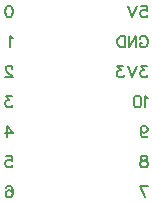
<source format=gbo>
G04 Layer: BottomSilkscreenLayer*
G04 EasyEDA v6.5.37, 2023-11-02 15:14:11*
G04 51ebc0fc367c43e49b7c5eeb1a90c70c,3a11b6de39944756a1cf0add2bf12301,10*
G04 Gerber Generator version 0.2*
G04 Scale: 100 percent, Rotated: No, Reflected: No *
G04 Dimensions in millimeters *
G04 leading zeros omitted , absolute positions ,4 integer and 5 decimal *
%FSLAX45Y45*%
%MOMM*%

%ADD10C,0.1600*%

%LPD*%
D10*
X3514153Y5587309D02*
G01*
X3559609Y5587309D01*
X3564153Y5546399D01*
X3559609Y5550946D01*
X3545972Y5555490D01*
X3532337Y5555490D01*
X3518700Y5550946D01*
X3509609Y5541853D01*
X3505062Y5528218D01*
X3505062Y5519127D01*
X3509609Y5505490D01*
X3518700Y5496399D01*
X3532337Y5491853D01*
X3545972Y5491853D01*
X3559609Y5496399D01*
X3564153Y5500946D01*
X3568700Y5510037D01*
X3475062Y5587309D02*
G01*
X3438700Y5491853D01*
X3402337Y5587309D02*
G01*
X3438700Y5491853D01*
X3500518Y5310581D02*
G01*
X3505062Y5319671D01*
X3514153Y5328762D01*
X3523246Y5333309D01*
X3541428Y5333309D01*
X3550518Y5328762D01*
X3559609Y5319671D01*
X3564153Y5310581D01*
X3568700Y5296946D01*
X3568700Y5274218D01*
X3564153Y5260581D01*
X3559609Y5251490D01*
X3550518Y5242399D01*
X3541428Y5237853D01*
X3523246Y5237853D01*
X3514153Y5242399D01*
X3505062Y5251490D01*
X3500518Y5260581D01*
X3500518Y5274218D01*
X3523246Y5274218D02*
G01*
X3500518Y5274218D01*
X3470518Y5333309D02*
G01*
X3470518Y5237853D01*
X3470518Y5333309D02*
G01*
X3406881Y5237853D01*
X3406881Y5333309D02*
G01*
X3406881Y5237853D01*
X3376881Y5333309D02*
G01*
X3376881Y5237853D01*
X3376881Y5333309D02*
G01*
X3345063Y5333309D01*
X3331428Y5328762D01*
X3322337Y5319671D01*
X3317791Y5310581D01*
X3313247Y5296946D01*
X3313247Y5274218D01*
X3317791Y5260581D01*
X3322337Y5251490D01*
X3331428Y5242399D01*
X3345063Y5237853D01*
X3376881Y5237853D01*
X3559609Y5079309D02*
G01*
X3509609Y5079309D01*
X3536881Y5042946D01*
X3523246Y5042946D01*
X3514153Y5038399D01*
X3509609Y5033853D01*
X3505062Y5020218D01*
X3505062Y5011127D01*
X3509609Y4997490D01*
X3518700Y4988399D01*
X3532337Y4983853D01*
X3545972Y4983853D01*
X3559609Y4988399D01*
X3564153Y4992946D01*
X3568700Y5002037D01*
X3475062Y5079309D02*
G01*
X3438700Y4983853D01*
X3402337Y5079309D02*
G01*
X3438700Y4983853D01*
X3363247Y5079309D02*
G01*
X3313247Y5079309D01*
X3340519Y5042946D01*
X3326881Y5042946D01*
X3317791Y5038399D01*
X3313247Y5033853D01*
X3308700Y5020218D01*
X3308700Y5011127D01*
X3313247Y4997490D01*
X3322337Y4988399D01*
X3335972Y4983853D01*
X3349609Y4983853D01*
X3363247Y4988399D01*
X3367791Y4992946D01*
X3372337Y5002037D01*
X3568700Y4807127D02*
G01*
X3559609Y4811671D01*
X3545972Y4825309D01*
X3545972Y4729853D01*
X3488700Y4825309D02*
G01*
X3502337Y4820762D01*
X3511428Y4807127D01*
X3515972Y4784399D01*
X3515972Y4770762D01*
X3511428Y4748037D01*
X3502337Y4734399D01*
X3488700Y4729853D01*
X3479609Y4729853D01*
X3465972Y4734399D01*
X3456881Y4748037D01*
X3452337Y4770762D01*
X3452337Y4784399D01*
X3456881Y4807127D01*
X3465972Y4820762D01*
X3479609Y4825309D01*
X3488700Y4825309D01*
X3509609Y4539490D02*
G01*
X3514153Y4525853D01*
X3523246Y4516762D01*
X3536881Y4512218D01*
X3541428Y4512218D01*
X3555062Y4516762D01*
X3564153Y4525853D01*
X3568700Y4539490D01*
X3568700Y4544037D01*
X3564153Y4557671D01*
X3555062Y4566762D01*
X3541428Y4571309D01*
X3536881Y4571309D01*
X3523246Y4566762D01*
X3514153Y4557671D01*
X3509609Y4539490D01*
X3509609Y4516762D01*
X3514153Y4494037D01*
X3523246Y4480399D01*
X3536881Y4475853D01*
X3545972Y4475853D01*
X3559609Y4480399D01*
X3564153Y4489490D01*
X3545972Y4317311D02*
G01*
X3559609Y4312765D01*
X3564153Y4303674D01*
X3564153Y4294583D01*
X3559609Y4285493D01*
X3550518Y4280949D01*
X3532337Y4276402D01*
X3518700Y4271855D01*
X3509609Y4262765D01*
X3505062Y4253674D01*
X3505062Y4240039D01*
X3509609Y4230949D01*
X3514153Y4226402D01*
X3527790Y4221855D01*
X3545972Y4221855D01*
X3559609Y4226402D01*
X3564153Y4230949D01*
X3568700Y4240039D01*
X3568700Y4253674D01*
X3564153Y4262765D01*
X3555062Y4271855D01*
X3541428Y4276402D01*
X3523246Y4280949D01*
X3514153Y4285493D01*
X3509609Y4294583D01*
X3509609Y4303674D01*
X3514153Y4312765D01*
X3527790Y4317311D01*
X3545972Y4317311D01*
X3505062Y4063311D02*
G01*
X3550518Y3967855D01*
X3568700Y4063311D02*
G01*
X3505062Y4063311D01*
X2371153Y4049674D02*
G01*
X2375700Y4058765D01*
X2389337Y4063311D01*
X2398428Y4063311D01*
X2412062Y4058765D01*
X2421153Y4045130D01*
X2425700Y4022402D01*
X2425700Y3999674D01*
X2421153Y3981493D01*
X2412062Y3972402D01*
X2398428Y3967855D01*
X2393881Y3967855D01*
X2380246Y3972402D01*
X2371153Y3981493D01*
X2366609Y3995130D01*
X2366609Y3999674D01*
X2371153Y4013311D01*
X2380246Y4022402D01*
X2393881Y4026949D01*
X2398428Y4026949D01*
X2412062Y4022402D01*
X2421153Y4013311D01*
X2425700Y3999674D01*
X2371153Y4317311D02*
G01*
X2416609Y4317311D01*
X2421153Y4276402D01*
X2416609Y4280949D01*
X2402972Y4285493D01*
X2389337Y4285493D01*
X2375700Y4280949D01*
X2366609Y4271855D01*
X2362062Y4258221D01*
X2362062Y4249130D01*
X2366609Y4235493D01*
X2375700Y4226402D01*
X2389337Y4221855D01*
X2402972Y4221855D01*
X2416609Y4226402D01*
X2421153Y4230949D01*
X2425700Y4240039D01*
X2380246Y4571309D02*
G01*
X2425700Y4507671D01*
X2357518Y4507671D01*
X2380246Y4571309D02*
G01*
X2380246Y4475853D01*
X2416609Y4825309D02*
G01*
X2366609Y4825309D01*
X2393881Y4788946D01*
X2380246Y4788946D01*
X2371153Y4784399D01*
X2366609Y4779853D01*
X2362062Y4766218D01*
X2362062Y4757127D01*
X2366609Y4743490D01*
X2375700Y4734399D01*
X2389337Y4729853D01*
X2402972Y4729853D01*
X2416609Y4734399D01*
X2421153Y4738946D01*
X2425700Y4748037D01*
X2421153Y5056581D02*
G01*
X2421153Y5061127D01*
X2416609Y5070218D01*
X2412062Y5074762D01*
X2402972Y5079309D01*
X2384790Y5079309D01*
X2375700Y5074762D01*
X2371153Y5070218D01*
X2366609Y5061127D01*
X2366609Y5052037D01*
X2371153Y5042946D01*
X2380246Y5029309D01*
X2425700Y4983853D01*
X2362062Y4983853D01*
X2425700Y5315127D02*
G01*
X2416609Y5319671D01*
X2402972Y5333309D01*
X2402972Y5237853D01*
X2398428Y5587309D02*
G01*
X2412062Y5582762D01*
X2421153Y5569127D01*
X2425700Y5546399D01*
X2425700Y5532762D01*
X2421153Y5510037D01*
X2412062Y5496399D01*
X2398428Y5491853D01*
X2389337Y5491853D01*
X2375700Y5496399D01*
X2366609Y5510037D01*
X2362062Y5532762D01*
X2362062Y5546399D01*
X2366609Y5569127D01*
X2375700Y5582762D01*
X2389337Y5587309D01*
X2398428Y5587309D01*
M02*

</source>
